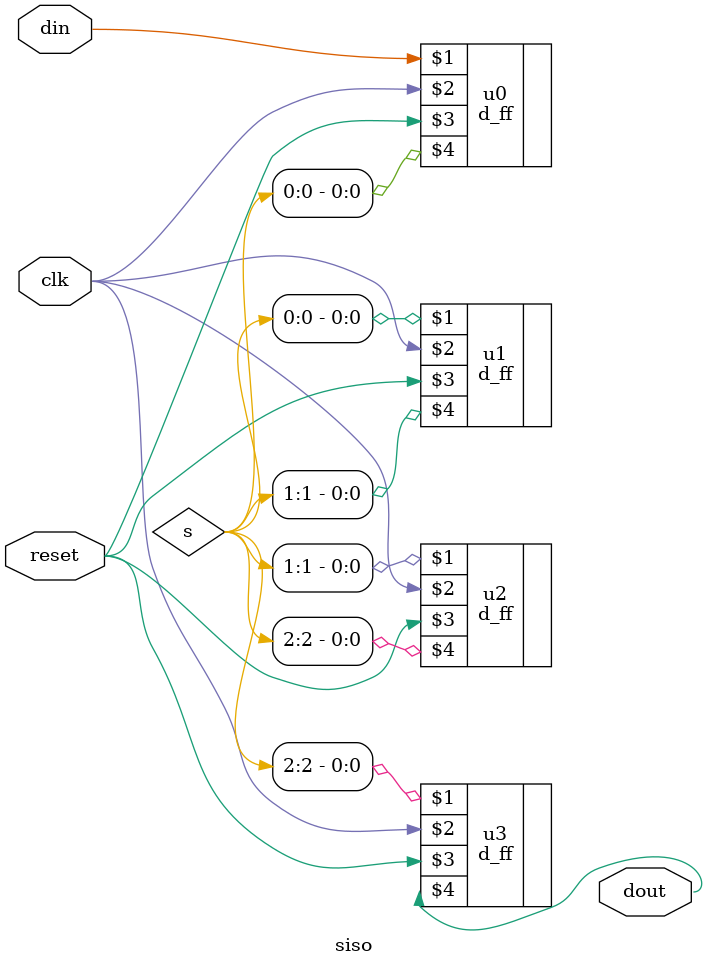
<source format=v>
module siso ( din ,clk ,reset ,dout );

output dout ;

input din ;
input clk ;
input reset ;   
wire [2:0]s;

d_ff u0 (din,clk,reset,s[0]);


d_ff u1 (s[0],clk,reset,s[1]);


d_ff u2 (s[1],clk,reset,s[2]);


d_ff u3 (s[2],clk,reset,dout);


endmodule

</source>
